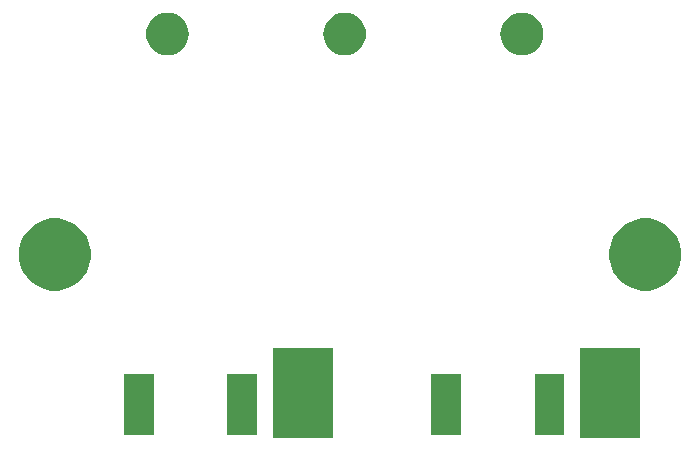
<source format=gbr>
%TF.GenerationSoftware,KiCad,Pcbnew,(5.1.4)-1*%
%TF.CreationDate,2021-01-21T23:44:22+08:00*%
%TF.ProjectId,Attenuator,41747465-6e75-4617-946f-722e6b696361,rev?*%
%TF.SameCoordinates,Original*%
%TF.FileFunction,Soldermask,Bot*%
%TF.FilePolarity,Negative*%
%FSLAX46Y46*%
G04 Gerber Fmt 4.6, Leading zero omitted, Abs format (unit mm)*
G04 Created by KiCad (PCBNEW (5.1.4)-1) date 2021-01-21 23:44:22*
%MOMM*%
%LPD*%
G04 APERTURE LIST*
%ADD10C,0.350000*%
G04 APERTURE END LIST*
D10*
G36*
X61551000Y-43051000D02*
G01*
X56449000Y-43051000D01*
X56449000Y-35449000D01*
X61551000Y-35449000D01*
X61551000Y-43051000D01*
X61551000Y-43051000D01*
G37*
G36*
X87551000Y-43051000D02*
G01*
X82449000Y-43051000D01*
X82449000Y-35449000D01*
X87551000Y-35449000D01*
X87551000Y-43051000D01*
X87551000Y-43051000D01*
G37*
G36*
X55141000Y-42811000D02*
G01*
X52619000Y-42811000D01*
X52619000Y-37629000D01*
X55141000Y-37629000D01*
X55141000Y-42811000D01*
X55141000Y-42811000D01*
G37*
G36*
X72381000Y-42811000D02*
G01*
X69859000Y-42811000D01*
X69859000Y-37629000D01*
X72381000Y-37629000D01*
X72381000Y-42811000D01*
X72381000Y-42811000D01*
G37*
G36*
X81141000Y-42811000D02*
G01*
X78619000Y-42811000D01*
X78619000Y-37629000D01*
X81141000Y-37629000D01*
X81141000Y-42811000D01*
X81141000Y-42811000D01*
G37*
G36*
X46381000Y-42811000D02*
G01*
X43859000Y-42811000D01*
X43859000Y-37629000D01*
X46381000Y-37629000D01*
X46381000Y-42811000D01*
X46381000Y-42811000D01*
G37*
G36*
X38889943Y-24566248D02*
G01*
X39445189Y-24796238D01*
X39617497Y-24911371D01*
X39944899Y-25130134D01*
X40369866Y-25555101D01*
X40369867Y-25555103D01*
X40703762Y-26054811D01*
X40933752Y-26610057D01*
X41051000Y-27199501D01*
X41051000Y-27800499D01*
X40933752Y-28389943D01*
X40703762Y-28945189D01*
X40641872Y-29037814D01*
X40369866Y-29444899D01*
X39944899Y-29869866D01*
X39870736Y-29919420D01*
X39445189Y-30203762D01*
X38889943Y-30433752D01*
X38300499Y-30551000D01*
X37699501Y-30551000D01*
X37110057Y-30433752D01*
X36554811Y-30203762D01*
X36129264Y-29919420D01*
X36055101Y-29869866D01*
X35630134Y-29444899D01*
X35358128Y-29037814D01*
X35296238Y-28945189D01*
X35066248Y-28389943D01*
X34949000Y-27800499D01*
X34949000Y-27199501D01*
X35066248Y-26610057D01*
X35296238Y-26054811D01*
X35630133Y-25555103D01*
X35630134Y-25555101D01*
X36055101Y-25130134D01*
X36382503Y-24911371D01*
X36554811Y-24796238D01*
X37110057Y-24566248D01*
X37699501Y-24449000D01*
X38300499Y-24449000D01*
X38889943Y-24566248D01*
X38889943Y-24566248D01*
G37*
G36*
X88889943Y-24566248D02*
G01*
X89445189Y-24796238D01*
X89617497Y-24911371D01*
X89944899Y-25130134D01*
X90369866Y-25555101D01*
X90369867Y-25555103D01*
X90703762Y-26054811D01*
X90933752Y-26610057D01*
X91051000Y-27199501D01*
X91051000Y-27800499D01*
X90933752Y-28389943D01*
X90703762Y-28945189D01*
X90641872Y-29037814D01*
X90369866Y-29444899D01*
X89944899Y-29869866D01*
X89870736Y-29919420D01*
X89445189Y-30203762D01*
X88889943Y-30433752D01*
X88300499Y-30551000D01*
X87699501Y-30551000D01*
X87110057Y-30433752D01*
X86554811Y-30203762D01*
X86129264Y-29919420D01*
X86055101Y-29869866D01*
X85630134Y-29444899D01*
X85358128Y-29037814D01*
X85296238Y-28945189D01*
X85066248Y-28389943D01*
X84949000Y-27800499D01*
X84949000Y-27199501D01*
X85066248Y-26610057D01*
X85296238Y-26054811D01*
X85630133Y-25555103D01*
X85630134Y-25555101D01*
X86055101Y-25130134D01*
X86382503Y-24911371D01*
X86554811Y-24796238D01*
X87110057Y-24566248D01*
X87699501Y-24449000D01*
X88300499Y-24449000D01*
X88889943Y-24566248D01*
X88889943Y-24566248D01*
G37*
G36*
X77716669Y-7047686D02*
G01*
X77893058Y-7065059D01*
X78232548Y-7168042D01*
X78232550Y-7168043D01*
X78545422Y-7335277D01*
X78545424Y-7335278D01*
X78545423Y-7335278D01*
X78819661Y-7560339D01*
X79044722Y-7834577D01*
X79211958Y-8147452D01*
X79314941Y-8486942D01*
X79349714Y-8840000D01*
X79314941Y-9193058D01*
X79211958Y-9532548D01*
X79211957Y-9532550D01*
X79044723Y-9845422D01*
X78819661Y-10119661D01*
X78545422Y-10344723D01*
X78232550Y-10511957D01*
X78232548Y-10511958D01*
X77893058Y-10614941D01*
X77716669Y-10632314D01*
X77628476Y-10641000D01*
X77451524Y-10641000D01*
X77363331Y-10632314D01*
X77186942Y-10614941D01*
X76847452Y-10511958D01*
X76847450Y-10511957D01*
X76534578Y-10344723D01*
X76260339Y-10119661D01*
X76035277Y-9845422D01*
X75868043Y-9532550D01*
X75868042Y-9532548D01*
X75765059Y-9193058D01*
X75730286Y-8840000D01*
X75765059Y-8486942D01*
X75868042Y-8147452D01*
X76035278Y-7834577D01*
X76260339Y-7560339D01*
X76534577Y-7335278D01*
X76534576Y-7335278D01*
X76534578Y-7335277D01*
X76847450Y-7168043D01*
X76847452Y-7168042D01*
X77186942Y-7065059D01*
X77363331Y-7047686D01*
X77451524Y-7039000D01*
X77628476Y-7039000D01*
X77716669Y-7047686D01*
X77716669Y-7047686D01*
G37*
G36*
X62716669Y-7047686D02*
G01*
X62893058Y-7065059D01*
X63232548Y-7168042D01*
X63232550Y-7168043D01*
X63545422Y-7335277D01*
X63545424Y-7335278D01*
X63545423Y-7335278D01*
X63819661Y-7560339D01*
X64044722Y-7834577D01*
X64211958Y-8147452D01*
X64314941Y-8486942D01*
X64349714Y-8840000D01*
X64314941Y-9193058D01*
X64211958Y-9532548D01*
X64211957Y-9532550D01*
X64044723Y-9845422D01*
X63819661Y-10119661D01*
X63545422Y-10344723D01*
X63232550Y-10511957D01*
X63232548Y-10511958D01*
X62893058Y-10614941D01*
X62716669Y-10632314D01*
X62628476Y-10641000D01*
X62451524Y-10641000D01*
X62363331Y-10632314D01*
X62186942Y-10614941D01*
X61847452Y-10511958D01*
X61847450Y-10511957D01*
X61534578Y-10344723D01*
X61260339Y-10119661D01*
X61035277Y-9845422D01*
X60868043Y-9532550D01*
X60868042Y-9532548D01*
X60765059Y-9193058D01*
X60730286Y-8840000D01*
X60765059Y-8486942D01*
X60868042Y-8147452D01*
X61035278Y-7834577D01*
X61260339Y-7560339D01*
X61534577Y-7335278D01*
X61534576Y-7335278D01*
X61534578Y-7335277D01*
X61847450Y-7168043D01*
X61847452Y-7168042D01*
X62186942Y-7065059D01*
X62363331Y-7047686D01*
X62451524Y-7039000D01*
X62628476Y-7039000D01*
X62716669Y-7047686D01*
X62716669Y-7047686D01*
G37*
G36*
X47716669Y-7047686D02*
G01*
X47893058Y-7065059D01*
X48232548Y-7168042D01*
X48232550Y-7168043D01*
X48545422Y-7335277D01*
X48545424Y-7335278D01*
X48545423Y-7335278D01*
X48819661Y-7560339D01*
X49044722Y-7834577D01*
X49211958Y-8147452D01*
X49314941Y-8486942D01*
X49349714Y-8840000D01*
X49314941Y-9193058D01*
X49211958Y-9532548D01*
X49211957Y-9532550D01*
X49044723Y-9845422D01*
X48819661Y-10119661D01*
X48545422Y-10344723D01*
X48232550Y-10511957D01*
X48232548Y-10511958D01*
X47893058Y-10614941D01*
X47716669Y-10632314D01*
X47628476Y-10641000D01*
X47451524Y-10641000D01*
X47363331Y-10632314D01*
X47186942Y-10614941D01*
X46847452Y-10511958D01*
X46847450Y-10511957D01*
X46534578Y-10344723D01*
X46260339Y-10119661D01*
X46035277Y-9845422D01*
X45868043Y-9532550D01*
X45868042Y-9532548D01*
X45765059Y-9193058D01*
X45730286Y-8840000D01*
X45765059Y-8486942D01*
X45868042Y-8147452D01*
X46035278Y-7834577D01*
X46260339Y-7560339D01*
X46534577Y-7335278D01*
X46534576Y-7335278D01*
X46534578Y-7335277D01*
X46847450Y-7168043D01*
X46847452Y-7168042D01*
X47186942Y-7065059D01*
X47363331Y-7047686D01*
X47451524Y-7039000D01*
X47628476Y-7039000D01*
X47716669Y-7047686D01*
X47716669Y-7047686D01*
G37*
M02*

</source>
